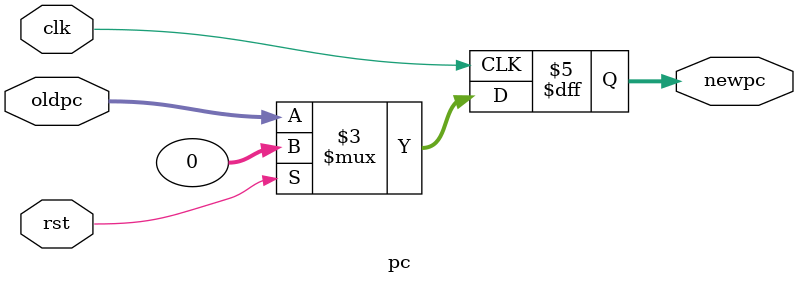
<source format=sv>
module pc (
    input logic clk,
    input logic rst,
    input logic [31:0] oldpc,
    output logic [31:0] newpc
);
    always_ff @(posedge clk) begin
        if (rst)
            newpc <= 0;
        else
            newpc <= oldpc;
    end
endmodule

</source>
